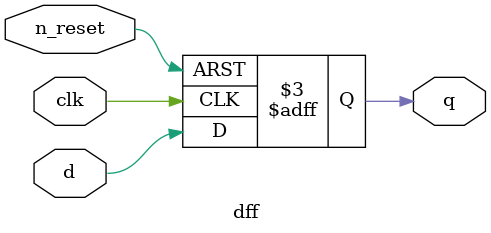
<source format=sv>
module dff (
	input logic clk, n_reset, d,
	output logic q
);

always_ff @(posedge clk, negedge n_reset)
	if (~n_reset)
		q <= 1'b0;
	else
		q <= d;

endmodule

</source>
